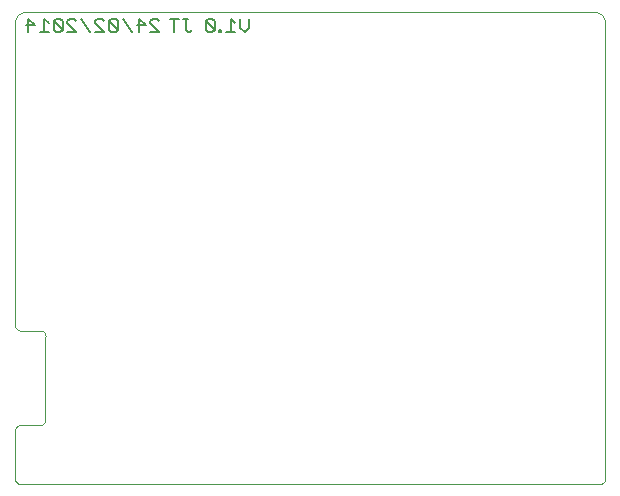
<source format=gto>
G75*
%MOIN*%
%OFA0B0*%
%FSLAX24Y24*%
%IPPOS*%
%LPD*%
%AMOC8*
5,1,8,0,0,1.08239X$1,22.5*
%
%ADD10C,0.0000*%
%ADD11C,0.0050*%
D10*
X011877Y007941D02*
X011877Y009516D01*
X011876Y009516D02*
X011878Y009542D01*
X011883Y009567D01*
X011891Y009591D01*
X011902Y009615D01*
X011917Y009636D01*
X011934Y009655D01*
X011953Y009672D01*
X011975Y009687D01*
X011998Y009698D01*
X012022Y009706D01*
X012047Y009711D01*
X012073Y009713D01*
X012703Y009713D01*
X012703Y009712D02*
X012729Y009714D01*
X012754Y009719D01*
X012778Y009727D01*
X012802Y009738D01*
X012823Y009753D01*
X012842Y009770D01*
X012859Y009789D01*
X012874Y009811D01*
X012885Y009834D01*
X012893Y009858D01*
X012898Y009883D01*
X012900Y009909D01*
X012900Y012665D01*
X012901Y012691D01*
X012898Y012716D01*
X012892Y012741D01*
X012882Y012764D01*
X012870Y012786D01*
X012854Y012806D01*
X012835Y012823D01*
X012814Y012838D01*
X012792Y012849D01*
X012768Y012857D01*
X012743Y012862D01*
X012073Y012862D01*
X012047Y012864D01*
X012022Y012869D01*
X011998Y012877D01*
X011975Y012888D01*
X011953Y012903D01*
X011934Y012920D01*
X011917Y012939D01*
X011902Y012961D01*
X011891Y012984D01*
X011883Y013008D01*
X011878Y013033D01*
X011876Y013059D01*
X011877Y013059D02*
X011877Y023098D01*
X011876Y023098D02*
X011878Y023137D01*
X011884Y023175D01*
X011893Y023212D01*
X011906Y023249D01*
X011923Y023284D01*
X011942Y023317D01*
X011965Y023348D01*
X011991Y023377D01*
X012020Y023403D01*
X012051Y023426D01*
X012084Y023445D01*
X012119Y023462D01*
X012156Y023475D01*
X012193Y023484D01*
X012231Y023490D01*
X012270Y023492D01*
X031168Y023492D01*
X031207Y023490D01*
X031245Y023484D01*
X031282Y023475D01*
X031319Y023462D01*
X031354Y023445D01*
X031387Y023426D01*
X031418Y023403D01*
X031447Y023377D01*
X031473Y023348D01*
X031496Y023317D01*
X031515Y023284D01*
X031532Y023249D01*
X031545Y023212D01*
X031554Y023175D01*
X031560Y023137D01*
X031562Y023098D01*
X031562Y007941D01*
X031560Y007915D01*
X031555Y007890D01*
X031547Y007866D01*
X031536Y007843D01*
X031521Y007821D01*
X031504Y007802D01*
X031485Y007785D01*
X031464Y007770D01*
X031440Y007759D01*
X031416Y007751D01*
X031391Y007746D01*
X031365Y007744D01*
X012073Y007744D01*
X012047Y007746D01*
X012022Y007751D01*
X011998Y007759D01*
X011975Y007770D01*
X011953Y007785D01*
X011934Y007802D01*
X011917Y007821D01*
X011902Y007843D01*
X011891Y007866D01*
X011883Y007890D01*
X011878Y007915D01*
X011876Y007941D01*
D11*
X012325Y022808D02*
X012325Y023259D01*
X012551Y023034D01*
X012250Y023034D01*
X012711Y022808D02*
X013011Y022808D01*
X012861Y022808D02*
X012861Y023259D01*
X013011Y023109D01*
X013171Y023184D02*
X013171Y022884D01*
X013246Y022808D01*
X013396Y022808D01*
X013471Y022884D01*
X013171Y023184D01*
X013246Y023259D01*
X013396Y023259D01*
X013471Y023184D01*
X013471Y022884D01*
X013632Y022808D02*
X013932Y022808D01*
X013632Y023109D01*
X013632Y023184D01*
X013707Y023259D01*
X013857Y023259D01*
X013932Y023184D01*
X014092Y023259D02*
X014392Y022808D01*
X014552Y022808D02*
X014853Y022808D01*
X014552Y023109D01*
X014552Y023184D01*
X014627Y023259D01*
X014778Y023259D01*
X014853Y023184D01*
X015013Y023184D02*
X015313Y022884D01*
X015238Y022808D01*
X015088Y022808D01*
X015013Y022884D01*
X015013Y023184D01*
X015088Y023259D01*
X015238Y023259D01*
X015313Y023184D01*
X015313Y022884D01*
X015473Y023259D02*
X015773Y022808D01*
X016009Y022808D02*
X016009Y023259D01*
X016234Y023034D01*
X015934Y023034D01*
X016394Y023109D02*
X016694Y022808D01*
X016394Y022808D01*
X016394Y023109D02*
X016394Y023184D01*
X016469Y023259D01*
X016619Y023259D01*
X016694Y023184D01*
X017036Y023259D02*
X017336Y023259D01*
X017186Y023259D02*
X017186Y022808D01*
X017571Y022884D02*
X017571Y023259D01*
X017646Y023259D02*
X017496Y023259D01*
X017571Y022884D02*
X017646Y022808D01*
X017721Y022808D01*
X017797Y022884D01*
X018235Y022884D02*
X018310Y022808D01*
X018460Y022808D01*
X018535Y022884D01*
X018235Y023184D01*
X018235Y022884D01*
X018535Y022884D02*
X018535Y023184D01*
X018460Y023259D01*
X018310Y023259D01*
X018235Y023184D01*
X018690Y022884D02*
X018690Y022808D01*
X018766Y022808D01*
X018766Y022884D01*
X018690Y022884D01*
X018926Y022808D02*
X019226Y022808D01*
X019076Y022808D02*
X019076Y023259D01*
X019226Y023109D01*
X019386Y022959D02*
X019386Y023259D01*
X019686Y023259D02*
X019686Y022959D01*
X019536Y022808D01*
X019386Y022959D01*
M02*

</source>
